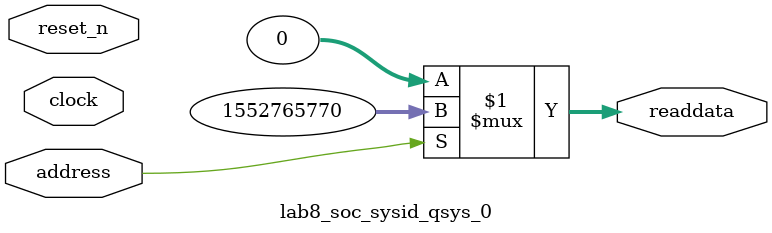
<source format=v>



// synthesis translate_off
`timescale 1ns / 1ps
// synthesis translate_on

// turn off superfluous verilog processor warnings 
// altera message_level Level1 
// altera message_off 10034 10035 10036 10037 10230 10240 10030 

module lab8_soc_sysid_qsys_0 (
               // inputs:
                address,
                clock,
                reset_n,

               // outputs:
                readdata
             )
;

  output  [ 31: 0] readdata;
  input            address;
  input            clock;
  input            reset_n;

  wire    [ 31: 0] readdata;
  //control_slave, which is an e_avalon_slave
  assign readdata = address ? 1552765770 : 0;

endmodule



</source>
